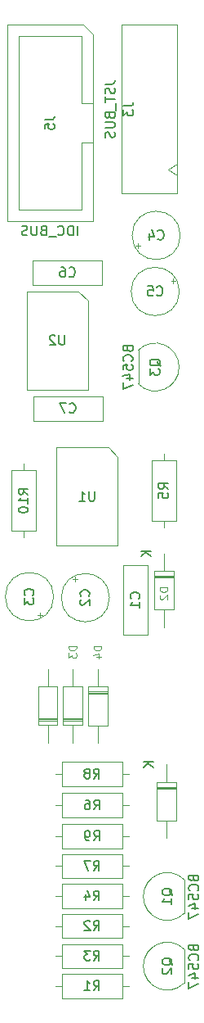
<source format=gbr>
%TF.GenerationSoftware,KiCad,Pcbnew,5.1.9+dfsg1-1~bpo10+1*%
%TF.CreationDate,2022-02-02T01:18:29+08:00*%
%TF.ProjectId,MiniADSR 1.0.1 - Main,4d696e69-4144-4535-9220-312e302e3120,rev?*%
%TF.SameCoordinates,Original*%
%TF.FileFunction,Other,Fab,Bot*%
%FSLAX46Y46*%
G04 Gerber Fmt 4.6, Leading zero omitted, Abs format (unit mm)*
G04 Created by KiCad (PCBNEW 5.1.9+dfsg1-1~bpo10+1) date 2022-02-02 01:18:29*
%MOMM*%
%LPD*%
G01*
G04 APERTURE LIST*
%ADD10C,0.100000*%
%ADD11C,0.150000*%
%ADD12C,0.120000*%
G04 APERTURE END LIST*
D10*
%TO.C,R7*%
X147940000Y-139750000D02*
X147940000Y-142250000D01*
X147940000Y-142250000D02*
X141640000Y-142250000D01*
X141640000Y-142250000D02*
X141640000Y-139750000D01*
X141640000Y-139750000D02*
X147940000Y-139750000D01*
X148600000Y-141000000D02*
X147940000Y-141000000D01*
X140980000Y-141000000D02*
X141640000Y-141000000D01*
%TO.C,C1*%
X148050000Y-109900000D02*
X150550000Y-109900000D01*
X150550000Y-109900000D02*
X150550000Y-117100000D01*
X150550000Y-117100000D02*
X148050000Y-117100000D01*
X148050000Y-117100000D02*
X148050000Y-109900000D01*
%TO.C,D1*%
X151500000Y-132810000D02*
X153500000Y-132810000D01*
X151500000Y-133010000D02*
X153500000Y-133010000D01*
X151500000Y-132910000D02*
X153500000Y-132910000D01*
X152500000Y-138120000D02*
X152500000Y-136310000D01*
X152500000Y-130500000D02*
X152500000Y-132310000D01*
X151500000Y-136310000D02*
X151500000Y-132310000D01*
X153500000Y-136310000D02*
X151500000Y-136310000D01*
X153500000Y-132310000D02*
X153500000Y-136310000D01*
X151500000Y-132310000D02*
X153500000Y-132310000D01*
%TO.C,R5*%
X153500000Y-105340000D02*
X151000000Y-105340000D01*
X151000000Y-105340000D02*
X151000000Y-99040000D01*
X151000000Y-99040000D02*
X153500000Y-99040000D01*
X153500000Y-99040000D02*
X153500000Y-105340000D01*
X152250000Y-106000000D02*
X152250000Y-105340000D01*
X152250000Y-98380000D02*
X152250000Y-99040000D01*
%TO.C,D2*%
X151250000Y-110485000D02*
X153250000Y-110485000D01*
X153250000Y-110485000D02*
X153250000Y-114485000D01*
X153250000Y-114485000D02*
X151250000Y-114485000D01*
X151250000Y-114485000D02*
X151250000Y-110485000D01*
X152250000Y-108675000D02*
X152250000Y-110485000D01*
X152250000Y-116295000D02*
X152250000Y-114485000D01*
X151250000Y-111085000D02*
X153250000Y-111085000D01*
X151250000Y-111185000D02*
X153250000Y-111185000D01*
X151250000Y-110985000D02*
X153250000Y-110985000D01*
%TO.C,U1*%
X146465000Y-97730000D02*
X141115000Y-97730000D01*
X141115000Y-97730000D02*
X141115000Y-107890000D01*
X141115000Y-107890000D02*
X147465000Y-107890000D01*
X147465000Y-107890000D02*
X147465000Y-98730000D01*
X147465000Y-98730000D02*
X146465000Y-97730000D01*
%TO.C,C2*%
X142762500Y-111366395D02*
X143262500Y-111366395D01*
X143012500Y-111116395D02*
X143012500Y-111616395D01*
X146600000Y-113250000D02*
G75*
G03*
X146600000Y-113250000I-2500000J0D01*
G01*
%TO.C,R3*%
X147940000Y-149050000D02*
X147940000Y-151550000D01*
X147940000Y-151550000D02*
X141640000Y-151550000D01*
X141640000Y-151550000D02*
X141640000Y-149050000D01*
X141640000Y-149050000D02*
X147940000Y-149050000D01*
X148600000Y-150300000D02*
X147940000Y-150300000D01*
X140980000Y-150300000D02*
X141640000Y-150300000D01*
%TO.C,R1*%
X147940000Y-152150000D02*
X147940000Y-154650000D01*
X147940000Y-154650000D02*
X141640000Y-154650000D01*
X141640000Y-154650000D02*
X141640000Y-152150000D01*
X141640000Y-152150000D02*
X147940000Y-152150000D01*
X148600000Y-153400000D02*
X147940000Y-153400000D01*
X140980000Y-153400000D02*
X141640000Y-153400000D01*
%TO.C,R9*%
X148620000Y-137900000D02*
X147960000Y-137900000D01*
X141000000Y-137900000D02*
X141660000Y-137900000D01*
X147960000Y-139150000D02*
X141660000Y-139150000D01*
X147960000Y-136650000D02*
X147960000Y-139150000D01*
X141660000Y-136650000D02*
X147960000Y-136650000D01*
X141660000Y-139150000D02*
X141660000Y-136650000D01*
%TO.C,R10*%
X137700000Y-107020000D02*
X137700000Y-106360000D01*
X137700000Y-99400000D02*
X137700000Y-100060000D01*
X136450000Y-106360000D02*
X136450000Y-100060000D01*
X138950000Y-106360000D02*
X136450000Y-106360000D01*
X138950000Y-100060000D02*
X138950000Y-106360000D01*
X136450000Y-100060000D02*
X138950000Y-100060000D01*
%TO.C,R8*%
X147940000Y-130250000D02*
X147940000Y-132750000D01*
X147940000Y-132750000D02*
X141640000Y-132750000D01*
X141640000Y-132750000D02*
X141640000Y-130250000D01*
X141640000Y-130250000D02*
X147940000Y-130250000D01*
X148600000Y-131500000D02*
X147940000Y-131500000D01*
X140980000Y-131500000D02*
X141640000Y-131500000D01*
%TO.C,R6*%
X148620000Y-134700000D02*
X147960000Y-134700000D01*
X141000000Y-134700000D02*
X141660000Y-134700000D01*
X147960000Y-135950000D02*
X141660000Y-135950000D01*
X147960000Y-133450000D02*
X147960000Y-135950000D01*
X141660000Y-133450000D02*
X147960000Y-133450000D01*
X141660000Y-135950000D02*
X141660000Y-133450000D01*
%TO.C,R4*%
X140980000Y-144100000D02*
X141640000Y-144100000D01*
X148600000Y-144100000D02*
X147940000Y-144100000D01*
X141640000Y-142850000D02*
X147940000Y-142850000D01*
X141640000Y-145350000D02*
X141640000Y-142850000D01*
X147940000Y-145350000D02*
X141640000Y-145350000D01*
X147940000Y-142850000D02*
X147940000Y-145350000D01*
%TO.C,R2*%
X140980000Y-147200000D02*
X141640000Y-147200000D01*
X148600000Y-147200000D02*
X147940000Y-147200000D01*
X141640000Y-145950000D02*
X147940000Y-145950000D01*
X141640000Y-148450000D02*
X141640000Y-145950000D01*
X147940000Y-148450000D02*
X141640000Y-148450000D01*
X147940000Y-145950000D02*
X147940000Y-148450000D01*
%TO.C,C3*%
X140800000Y-113150000D02*
G75*
G03*
X140800000Y-113150000I-2500000J0D01*
G01*
X139387500Y-115283605D02*
X139387500Y-114783605D01*
X139637500Y-115033605D02*
X139137500Y-115033605D01*
%TO.C,C4*%
X149566395Y-77137500D02*
X149566395Y-76637500D01*
X149316395Y-76887500D02*
X149816395Y-76887500D01*
X153950000Y-75800000D02*
G75*
G03*
X153950000Y-75800000I-2500000J0D01*
G01*
%TO.C,C5*%
X153850000Y-81600000D02*
G75*
G03*
X153850000Y-81600000I-2500000J0D01*
G01*
X153483605Y-80512500D02*
X152983605Y-80512500D01*
X153233605Y-80262500D02*
X153233605Y-80762500D01*
%TO.C,C6*%
X145850000Y-80900000D02*
X138650000Y-80900000D01*
X145850000Y-78400000D02*
X145850000Y-80900000D01*
X138650000Y-78400000D02*
X145850000Y-78400000D01*
X138650000Y-80900000D02*
X138650000Y-78400000D01*
%TO.C,C7*%
X138700000Y-94950000D02*
X138700000Y-92450000D01*
X138700000Y-92450000D02*
X145900000Y-92450000D01*
X145900000Y-92450000D02*
X145900000Y-94950000D01*
X145900000Y-94950000D02*
X138700000Y-94950000D01*
%TO.C,D3*%
X143800000Y-125940000D02*
X141800000Y-125940000D01*
X143800000Y-125740000D02*
X141800000Y-125740000D01*
X143800000Y-125840000D02*
X141800000Y-125840000D01*
X142800000Y-120630000D02*
X142800000Y-122440000D01*
X142800000Y-128250000D02*
X142800000Y-126440000D01*
X143800000Y-122440000D02*
X143800000Y-126440000D01*
X141800000Y-122440000D02*
X143800000Y-122440000D01*
X141800000Y-126440000D02*
X141800000Y-122440000D01*
X143800000Y-126440000D02*
X141800000Y-126440000D01*
%TO.C,D4*%
X144400000Y-122460000D02*
X146400000Y-122460000D01*
X146400000Y-122460000D02*
X146400000Y-126460000D01*
X146400000Y-126460000D02*
X144400000Y-126460000D01*
X144400000Y-126460000D02*
X144400000Y-122460000D01*
X145400000Y-120650000D02*
X145400000Y-122460000D01*
X145400000Y-128270000D02*
X145400000Y-126460000D01*
X144400000Y-123060000D02*
X146400000Y-123060000D01*
X144400000Y-123160000D02*
X146400000Y-123160000D01*
X144400000Y-122960000D02*
X146400000Y-122960000D01*
%TO.C,D5*%
X141200000Y-126440000D02*
X139200000Y-126440000D01*
X139200000Y-126440000D02*
X139200000Y-122440000D01*
X139200000Y-122440000D02*
X141200000Y-122440000D01*
X141200000Y-122440000D02*
X141200000Y-126440000D01*
X140200000Y-128250000D02*
X140200000Y-126440000D01*
X140200000Y-120630000D02*
X140200000Y-122440000D01*
X141200000Y-125840000D02*
X139200000Y-125840000D01*
X141200000Y-125740000D02*
X139200000Y-125740000D01*
X141200000Y-125940000D02*
X139200000Y-125940000D01*
%TO.C,J3*%
X153650000Y-71450000D02*
X147900000Y-71450000D01*
X147900000Y-71450000D02*
X147900000Y-54050000D01*
X147900000Y-54050000D02*
X153650000Y-54050000D01*
X153650000Y-54050000D02*
X153650000Y-71450000D01*
X153650000Y-69625000D02*
X152650000Y-69000000D01*
X152650000Y-69000000D02*
X153650000Y-68375000D01*
%TO.C,J5*%
X144880000Y-55000000D02*
X143880000Y-54000000D01*
X143880000Y-54000000D02*
X135980000Y-54000000D01*
X135980000Y-54000000D02*
X135980000Y-74360000D01*
X135980000Y-74360000D02*
X144880000Y-74360000D01*
X144880000Y-74360000D02*
X144880000Y-55000000D01*
X144880000Y-62130000D02*
X143680000Y-62130000D01*
X143680000Y-62130000D02*
X143680000Y-55190000D01*
X143680000Y-55190000D02*
X137180000Y-55190000D01*
X137180000Y-55190000D02*
X137180000Y-73170000D01*
X137180000Y-73170000D02*
X143680000Y-73170000D01*
X143680000Y-73170000D02*
X143680000Y-66230000D01*
X143680000Y-66230000D02*
X143680000Y-66230000D01*
X143680000Y-66230000D02*
X144880000Y-66230000D01*
%TO.C,U2*%
X144365000Y-82580000D02*
X143365000Y-81580000D01*
X144365000Y-91740000D02*
X144365000Y-82580000D01*
X138015000Y-91740000D02*
X144365000Y-91740000D01*
X138015000Y-81580000D02*
X138015000Y-91740000D01*
X143365000Y-81580000D02*
X138015000Y-81580000D01*
%TO.C,Q1*%
X154350000Y-142400000D02*
X154350000Y-145900000D01*
X154353625Y-145893625D02*
G75*
G02*
X150120000Y-144140000I-1753625J1753625D01*
G01*
X154353625Y-142386375D02*
G75*
G03*
X150120000Y-144140000I-1753625J-1753625D01*
G01*
%TO.C,Q2*%
X154350000Y-149600000D02*
X154350000Y-153100000D01*
X154353625Y-149586375D02*
G75*
G03*
X150120000Y-151340000I-1753625J-1753625D01*
G01*
X154353625Y-153093625D02*
G75*
G02*
X150120000Y-151340000I-1753625J1753625D01*
G01*
%TO.C,Q3*%
X149600000Y-91150000D02*
X149600000Y-87650000D01*
X149596375Y-87656375D02*
G75*
G02*
X153830000Y-89410000I1753625J-1753625D01*
G01*
X149596375Y-91163625D02*
G75*
G03*
X153830000Y-89410000I1753625J1753625D01*
G01*
%TD*%
%TO.C,R7*%
D11*
X144956666Y-141452380D02*
X145290000Y-140976190D01*
X145528095Y-141452380D02*
X145528095Y-140452380D01*
X145147142Y-140452380D01*
X145051904Y-140500000D01*
X145004285Y-140547619D01*
X144956666Y-140642857D01*
X144956666Y-140785714D01*
X145004285Y-140880952D01*
X145051904Y-140928571D01*
X145147142Y-140976190D01*
X145528095Y-140976190D01*
X144623333Y-140452380D02*
X143956666Y-140452380D01*
X144385238Y-141452380D01*
%TO.C,C1*%
X149657142Y-113333333D02*
X149704761Y-113285714D01*
X149752380Y-113142857D01*
X149752380Y-113047619D01*
X149704761Y-112904761D01*
X149609523Y-112809523D01*
X149514285Y-112761904D01*
X149323809Y-112714285D01*
X149180952Y-112714285D01*
X148990476Y-112761904D01*
X148895238Y-112809523D01*
X148800000Y-112904761D01*
X148752380Y-113047619D01*
X148752380Y-113142857D01*
X148800000Y-113285714D01*
X148847619Y-113333333D01*
X149752380Y-114285714D02*
X149752380Y-113714285D01*
X149752380Y-114000000D02*
X148752380Y-114000000D01*
X148895238Y-113904761D01*
X148990476Y-113809523D01*
X149038095Y-113714285D01*
%TO.C,D1*%
X151152380Y-130238095D02*
X150152380Y-130238095D01*
X151152380Y-130809523D02*
X150580952Y-130380952D01*
X150152380Y-130809523D02*
X150723809Y-130238095D01*
%TO.C,R5*%
X152702380Y-102023333D02*
X152226190Y-101690000D01*
X152702380Y-101451904D02*
X151702380Y-101451904D01*
X151702380Y-101832857D01*
X151750000Y-101928095D01*
X151797619Y-101975714D01*
X151892857Y-102023333D01*
X152035714Y-102023333D01*
X152130952Y-101975714D01*
X152178571Y-101928095D01*
X152226190Y-101832857D01*
X152226190Y-101451904D01*
X151702380Y-102928095D02*
X151702380Y-102451904D01*
X152178571Y-102404285D01*
X152130952Y-102451904D01*
X152083333Y-102547142D01*
X152083333Y-102785238D01*
X152130952Y-102880476D01*
X152178571Y-102928095D01*
X152273809Y-102975714D01*
X152511904Y-102975714D01*
X152607142Y-102928095D01*
X152654761Y-102880476D01*
X152702380Y-102785238D01*
X152702380Y-102547142D01*
X152654761Y-102451904D01*
X152607142Y-102404285D01*
%TO.C,D2*%
D12*
X152611904Y-112194523D02*
X151811904Y-112194523D01*
X151811904Y-112385000D01*
X151850000Y-112499285D01*
X151926190Y-112575476D01*
X152002380Y-112613571D01*
X152154761Y-112651666D01*
X152269047Y-112651666D01*
X152421428Y-112613571D01*
X152497619Y-112575476D01*
X152573809Y-112499285D01*
X152611904Y-112385000D01*
X152611904Y-112194523D01*
X151888095Y-112956428D02*
X151850000Y-112994523D01*
X151811904Y-113070714D01*
X151811904Y-113261190D01*
X151850000Y-113337380D01*
X151888095Y-113375476D01*
X151964285Y-113413571D01*
X152040476Y-113413571D01*
X152154761Y-113375476D01*
X152611904Y-112918333D01*
X152611904Y-113413571D01*
D11*
X150902380Y-108413095D02*
X149902380Y-108413095D01*
X150902380Y-108984523D02*
X150330952Y-108555952D01*
X149902380Y-108984523D02*
X150473809Y-108413095D01*
%TO.C,U1*%
X145051904Y-102262380D02*
X145051904Y-103071904D01*
X145004285Y-103167142D01*
X144956666Y-103214761D01*
X144861428Y-103262380D01*
X144670952Y-103262380D01*
X144575714Y-103214761D01*
X144528095Y-103167142D01*
X144480476Y-103071904D01*
X144480476Y-102262380D01*
X143480476Y-103262380D02*
X144051904Y-103262380D01*
X143766190Y-103262380D02*
X143766190Y-102262380D01*
X143861428Y-102405238D01*
X143956666Y-102500476D01*
X144051904Y-102548095D01*
%TO.C,C2*%
X144457142Y-113083333D02*
X144504761Y-113035714D01*
X144552380Y-112892857D01*
X144552380Y-112797619D01*
X144504761Y-112654761D01*
X144409523Y-112559523D01*
X144314285Y-112511904D01*
X144123809Y-112464285D01*
X143980952Y-112464285D01*
X143790476Y-112511904D01*
X143695238Y-112559523D01*
X143600000Y-112654761D01*
X143552380Y-112797619D01*
X143552380Y-112892857D01*
X143600000Y-113035714D01*
X143647619Y-113083333D01*
X143647619Y-113464285D02*
X143600000Y-113511904D01*
X143552380Y-113607142D01*
X143552380Y-113845238D01*
X143600000Y-113940476D01*
X143647619Y-113988095D01*
X143742857Y-114035714D01*
X143838095Y-114035714D01*
X143980952Y-113988095D01*
X144552380Y-113416666D01*
X144552380Y-114035714D01*
%TO.C,R3*%
X144956666Y-150752380D02*
X145290000Y-150276190D01*
X145528095Y-150752380D02*
X145528095Y-149752380D01*
X145147142Y-149752380D01*
X145051904Y-149800000D01*
X145004285Y-149847619D01*
X144956666Y-149942857D01*
X144956666Y-150085714D01*
X145004285Y-150180952D01*
X145051904Y-150228571D01*
X145147142Y-150276190D01*
X145528095Y-150276190D01*
X144623333Y-149752380D02*
X144004285Y-149752380D01*
X144337619Y-150133333D01*
X144194761Y-150133333D01*
X144099523Y-150180952D01*
X144051904Y-150228571D01*
X144004285Y-150323809D01*
X144004285Y-150561904D01*
X144051904Y-150657142D01*
X144099523Y-150704761D01*
X144194761Y-150752380D01*
X144480476Y-150752380D01*
X144575714Y-150704761D01*
X144623333Y-150657142D01*
%TO.C,R1*%
X144956666Y-153852380D02*
X145290000Y-153376190D01*
X145528095Y-153852380D02*
X145528095Y-152852380D01*
X145147142Y-152852380D01*
X145051904Y-152900000D01*
X145004285Y-152947619D01*
X144956666Y-153042857D01*
X144956666Y-153185714D01*
X145004285Y-153280952D01*
X145051904Y-153328571D01*
X145147142Y-153376190D01*
X145528095Y-153376190D01*
X144004285Y-153852380D02*
X144575714Y-153852380D01*
X144290000Y-153852380D02*
X144290000Y-152852380D01*
X144385238Y-152995238D01*
X144480476Y-153090476D01*
X144575714Y-153138095D01*
%TO.C,R9*%
X144976666Y-138352380D02*
X145310000Y-137876190D01*
X145548095Y-138352380D02*
X145548095Y-137352380D01*
X145167142Y-137352380D01*
X145071904Y-137400000D01*
X145024285Y-137447619D01*
X144976666Y-137542857D01*
X144976666Y-137685714D01*
X145024285Y-137780952D01*
X145071904Y-137828571D01*
X145167142Y-137876190D01*
X145548095Y-137876190D01*
X144500476Y-138352380D02*
X144310000Y-138352380D01*
X144214761Y-138304761D01*
X144167142Y-138257142D01*
X144071904Y-138114285D01*
X144024285Y-137923809D01*
X144024285Y-137542857D01*
X144071904Y-137447619D01*
X144119523Y-137400000D01*
X144214761Y-137352380D01*
X144405238Y-137352380D01*
X144500476Y-137400000D01*
X144548095Y-137447619D01*
X144595714Y-137542857D01*
X144595714Y-137780952D01*
X144548095Y-137876190D01*
X144500476Y-137923809D01*
X144405238Y-137971428D01*
X144214761Y-137971428D01*
X144119523Y-137923809D01*
X144071904Y-137876190D01*
X144024285Y-137780952D01*
%TO.C,R10*%
X138152380Y-102567142D02*
X137676190Y-102233809D01*
X138152380Y-101995714D02*
X137152380Y-101995714D01*
X137152380Y-102376666D01*
X137200000Y-102471904D01*
X137247619Y-102519523D01*
X137342857Y-102567142D01*
X137485714Y-102567142D01*
X137580952Y-102519523D01*
X137628571Y-102471904D01*
X137676190Y-102376666D01*
X137676190Y-101995714D01*
X138152380Y-103519523D02*
X138152380Y-102948095D01*
X138152380Y-103233809D02*
X137152380Y-103233809D01*
X137295238Y-103138571D01*
X137390476Y-103043333D01*
X137438095Y-102948095D01*
X137152380Y-104138571D02*
X137152380Y-104233809D01*
X137200000Y-104329047D01*
X137247619Y-104376666D01*
X137342857Y-104424285D01*
X137533333Y-104471904D01*
X137771428Y-104471904D01*
X137961904Y-104424285D01*
X138057142Y-104376666D01*
X138104761Y-104329047D01*
X138152380Y-104233809D01*
X138152380Y-104138571D01*
X138104761Y-104043333D01*
X138057142Y-103995714D01*
X137961904Y-103948095D01*
X137771428Y-103900476D01*
X137533333Y-103900476D01*
X137342857Y-103948095D01*
X137247619Y-103995714D01*
X137200000Y-104043333D01*
X137152380Y-104138571D01*
%TO.C,R8*%
X144956666Y-131952380D02*
X145290000Y-131476190D01*
X145528095Y-131952380D02*
X145528095Y-130952380D01*
X145147142Y-130952380D01*
X145051904Y-131000000D01*
X145004285Y-131047619D01*
X144956666Y-131142857D01*
X144956666Y-131285714D01*
X145004285Y-131380952D01*
X145051904Y-131428571D01*
X145147142Y-131476190D01*
X145528095Y-131476190D01*
X144385238Y-131380952D02*
X144480476Y-131333333D01*
X144528095Y-131285714D01*
X144575714Y-131190476D01*
X144575714Y-131142857D01*
X144528095Y-131047619D01*
X144480476Y-131000000D01*
X144385238Y-130952380D01*
X144194761Y-130952380D01*
X144099523Y-131000000D01*
X144051904Y-131047619D01*
X144004285Y-131142857D01*
X144004285Y-131190476D01*
X144051904Y-131285714D01*
X144099523Y-131333333D01*
X144194761Y-131380952D01*
X144385238Y-131380952D01*
X144480476Y-131428571D01*
X144528095Y-131476190D01*
X144575714Y-131571428D01*
X144575714Y-131761904D01*
X144528095Y-131857142D01*
X144480476Y-131904761D01*
X144385238Y-131952380D01*
X144194761Y-131952380D01*
X144099523Y-131904761D01*
X144051904Y-131857142D01*
X144004285Y-131761904D01*
X144004285Y-131571428D01*
X144051904Y-131476190D01*
X144099523Y-131428571D01*
X144194761Y-131380952D01*
%TO.C,R6*%
X144976666Y-135152380D02*
X145310000Y-134676190D01*
X145548095Y-135152380D02*
X145548095Y-134152380D01*
X145167142Y-134152380D01*
X145071904Y-134200000D01*
X145024285Y-134247619D01*
X144976666Y-134342857D01*
X144976666Y-134485714D01*
X145024285Y-134580952D01*
X145071904Y-134628571D01*
X145167142Y-134676190D01*
X145548095Y-134676190D01*
X144119523Y-134152380D02*
X144310000Y-134152380D01*
X144405238Y-134200000D01*
X144452857Y-134247619D01*
X144548095Y-134390476D01*
X144595714Y-134580952D01*
X144595714Y-134961904D01*
X144548095Y-135057142D01*
X144500476Y-135104761D01*
X144405238Y-135152380D01*
X144214761Y-135152380D01*
X144119523Y-135104761D01*
X144071904Y-135057142D01*
X144024285Y-134961904D01*
X144024285Y-134723809D01*
X144071904Y-134628571D01*
X144119523Y-134580952D01*
X144214761Y-134533333D01*
X144405238Y-134533333D01*
X144500476Y-134580952D01*
X144548095Y-134628571D01*
X144595714Y-134723809D01*
%TO.C,R4*%
X144956666Y-144552380D02*
X145290000Y-144076190D01*
X145528095Y-144552380D02*
X145528095Y-143552380D01*
X145147142Y-143552380D01*
X145051904Y-143600000D01*
X145004285Y-143647619D01*
X144956666Y-143742857D01*
X144956666Y-143885714D01*
X145004285Y-143980952D01*
X145051904Y-144028571D01*
X145147142Y-144076190D01*
X145528095Y-144076190D01*
X144099523Y-143885714D02*
X144099523Y-144552380D01*
X144337619Y-143504761D02*
X144575714Y-144219047D01*
X143956666Y-144219047D01*
%TO.C,R2*%
X144956666Y-147652380D02*
X145290000Y-147176190D01*
X145528095Y-147652380D02*
X145528095Y-146652380D01*
X145147142Y-146652380D01*
X145051904Y-146700000D01*
X145004285Y-146747619D01*
X144956666Y-146842857D01*
X144956666Y-146985714D01*
X145004285Y-147080952D01*
X145051904Y-147128571D01*
X145147142Y-147176190D01*
X145528095Y-147176190D01*
X144575714Y-146747619D02*
X144528095Y-146700000D01*
X144432857Y-146652380D01*
X144194761Y-146652380D01*
X144099523Y-146700000D01*
X144051904Y-146747619D01*
X144004285Y-146842857D01*
X144004285Y-146938095D01*
X144051904Y-147080952D01*
X144623333Y-147652380D01*
X144004285Y-147652380D01*
%TO.C,C3*%
X138657142Y-112983333D02*
X138704761Y-112935714D01*
X138752380Y-112792857D01*
X138752380Y-112697619D01*
X138704761Y-112554761D01*
X138609523Y-112459523D01*
X138514285Y-112411904D01*
X138323809Y-112364285D01*
X138180952Y-112364285D01*
X137990476Y-112411904D01*
X137895238Y-112459523D01*
X137800000Y-112554761D01*
X137752380Y-112697619D01*
X137752380Y-112792857D01*
X137800000Y-112935714D01*
X137847619Y-112983333D01*
X137752380Y-113316666D02*
X137752380Y-113935714D01*
X138133333Y-113602380D01*
X138133333Y-113745238D01*
X138180952Y-113840476D01*
X138228571Y-113888095D01*
X138323809Y-113935714D01*
X138561904Y-113935714D01*
X138657142Y-113888095D01*
X138704761Y-113840476D01*
X138752380Y-113745238D01*
X138752380Y-113459523D01*
X138704761Y-113364285D01*
X138657142Y-113316666D01*
%TO.C,C4*%
X151616666Y-76157142D02*
X151664285Y-76204761D01*
X151807142Y-76252380D01*
X151902380Y-76252380D01*
X152045238Y-76204761D01*
X152140476Y-76109523D01*
X152188095Y-76014285D01*
X152235714Y-75823809D01*
X152235714Y-75680952D01*
X152188095Y-75490476D01*
X152140476Y-75395238D01*
X152045238Y-75300000D01*
X151902380Y-75252380D01*
X151807142Y-75252380D01*
X151664285Y-75300000D01*
X151616666Y-75347619D01*
X150759523Y-75585714D02*
X150759523Y-76252380D01*
X150997619Y-75204761D02*
X151235714Y-75919047D01*
X150616666Y-75919047D01*
%TO.C,C5*%
X151516666Y-81957142D02*
X151564285Y-82004761D01*
X151707142Y-82052380D01*
X151802380Y-82052380D01*
X151945238Y-82004761D01*
X152040476Y-81909523D01*
X152088095Y-81814285D01*
X152135714Y-81623809D01*
X152135714Y-81480952D01*
X152088095Y-81290476D01*
X152040476Y-81195238D01*
X151945238Y-81100000D01*
X151802380Y-81052380D01*
X151707142Y-81052380D01*
X151564285Y-81100000D01*
X151516666Y-81147619D01*
X150611904Y-81052380D02*
X151088095Y-81052380D01*
X151135714Y-81528571D01*
X151088095Y-81480952D01*
X150992857Y-81433333D01*
X150754761Y-81433333D01*
X150659523Y-81480952D01*
X150611904Y-81528571D01*
X150564285Y-81623809D01*
X150564285Y-81861904D01*
X150611904Y-81957142D01*
X150659523Y-82004761D01*
X150754761Y-82052380D01*
X150992857Y-82052380D01*
X151088095Y-82004761D01*
X151135714Y-81957142D01*
%TO.C,C6*%
X142416666Y-80007142D02*
X142464285Y-80054761D01*
X142607142Y-80102380D01*
X142702380Y-80102380D01*
X142845238Y-80054761D01*
X142940476Y-79959523D01*
X142988095Y-79864285D01*
X143035714Y-79673809D01*
X143035714Y-79530952D01*
X142988095Y-79340476D01*
X142940476Y-79245238D01*
X142845238Y-79150000D01*
X142702380Y-79102380D01*
X142607142Y-79102380D01*
X142464285Y-79150000D01*
X142416666Y-79197619D01*
X141559523Y-79102380D02*
X141750000Y-79102380D01*
X141845238Y-79150000D01*
X141892857Y-79197619D01*
X141988095Y-79340476D01*
X142035714Y-79530952D01*
X142035714Y-79911904D01*
X141988095Y-80007142D01*
X141940476Y-80054761D01*
X141845238Y-80102380D01*
X141654761Y-80102380D01*
X141559523Y-80054761D01*
X141511904Y-80007142D01*
X141464285Y-79911904D01*
X141464285Y-79673809D01*
X141511904Y-79578571D01*
X141559523Y-79530952D01*
X141654761Y-79483333D01*
X141845238Y-79483333D01*
X141940476Y-79530952D01*
X141988095Y-79578571D01*
X142035714Y-79673809D01*
%TO.C,C7*%
X142466666Y-94057142D02*
X142514285Y-94104761D01*
X142657142Y-94152380D01*
X142752380Y-94152380D01*
X142895238Y-94104761D01*
X142990476Y-94009523D01*
X143038095Y-93914285D01*
X143085714Y-93723809D01*
X143085714Y-93580952D01*
X143038095Y-93390476D01*
X142990476Y-93295238D01*
X142895238Y-93200000D01*
X142752380Y-93152380D01*
X142657142Y-93152380D01*
X142514285Y-93200000D01*
X142466666Y-93247619D01*
X142133333Y-93152380D02*
X141466666Y-93152380D01*
X141895238Y-94152380D01*
%TO.C,D3*%
D12*
X143161904Y-118259523D02*
X142361904Y-118259523D01*
X142361904Y-118450000D01*
X142400000Y-118564285D01*
X142476190Y-118640476D01*
X142552380Y-118678571D01*
X142704761Y-118716666D01*
X142819047Y-118716666D01*
X142971428Y-118678571D01*
X143047619Y-118640476D01*
X143123809Y-118564285D01*
X143161904Y-118450000D01*
X143161904Y-118259523D01*
X142361904Y-118983333D02*
X142361904Y-119478571D01*
X142666666Y-119211904D01*
X142666666Y-119326190D01*
X142704761Y-119402380D01*
X142742857Y-119440476D01*
X142819047Y-119478571D01*
X143009523Y-119478571D01*
X143085714Y-119440476D01*
X143123809Y-119402380D01*
X143161904Y-119326190D01*
X143161904Y-119097619D01*
X143123809Y-119021428D01*
X143085714Y-118983333D01*
%TO.C,D4*%
X145761904Y-118259523D02*
X144961904Y-118259523D01*
X144961904Y-118450000D01*
X145000000Y-118564285D01*
X145076190Y-118640476D01*
X145152380Y-118678571D01*
X145304761Y-118716666D01*
X145419047Y-118716666D01*
X145571428Y-118678571D01*
X145647619Y-118640476D01*
X145723809Y-118564285D01*
X145761904Y-118450000D01*
X145761904Y-118259523D01*
X145228571Y-119402380D02*
X145761904Y-119402380D01*
X144923809Y-119211904D02*
X145495238Y-119021428D01*
X145495238Y-119516666D01*
%TO.C,J3*%
D11*
X146152380Y-60154761D02*
X146866666Y-60154761D01*
X147009523Y-60107142D01*
X147104761Y-60011904D01*
X147152380Y-59869047D01*
X147152380Y-59773809D01*
X147104761Y-60583333D02*
X147152380Y-60726190D01*
X147152380Y-60964285D01*
X147104761Y-61059523D01*
X147057142Y-61107142D01*
X146961904Y-61154761D01*
X146866666Y-61154761D01*
X146771428Y-61107142D01*
X146723809Y-61059523D01*
X146676190Y-60964285D01*
X146628571Y-60773809D01*
X146580952Y-60678571D01*
X146533333Y-60630952D01*
X146438095Y-60583333D01*
X146342857Y-60583333D01*
X146247619Y-60630952D01*
X146200000Y-60678571D01*
X146152380Y-60773809D01*
X146152380Y-61011904D01*
X146200000Y-61154761D01*
X146152380Y-61440476D02*
X146152380Y-62011904D01*
X147152380Y-61726190D02*
X146152380Y-61726190D01*
X147247619Y-62107142D02*
X147247619Y-62869047D01*
X146628571Y-63440476D02*
X146676190Y-63583333D01*
X146723809Y-63630952D01*
X146819047Y-63678571D01*
X146961904Y-63678571D01*
X147057142Y-63630952D01*
X147104761Y-63583333D01*
X147152380Y-63488095D01*
X147152380Y-63107142D01*
X146152380Y-63107142D01*
X146152380Y-63440476D01*
X146200000Y-63535714D01*
X146247619Y-63583333D01*
X146342857Y-63630952D01*
X146438095Y-63630952D01*
X146533333Y-63583333D01*
X146580952Y-63535714D01*
X146628571Y-63440476D01*
X146628571Y-63107142D01*
X146152380Y-64107142D02*
X146961904Y-64107142D01*
X147057142Y-64154761D01*
X147104761Y-64202380D01*
X147152380Y-64297619D01*
X147152380Y-64488095D01*
X147104761Y-64583333D01*
X147057142Y-64630952D01*
X146961904Y-64678571D01*
X146152380Y-64678571D01*
X147104761Y-65107142D02*
X147152380Y-65250000D01*
X147152380Y-65488095D01*
X147104761Y-65583333D01*
X147057142Y-65630952D01*
X146961904Y-65678571D01*
X146866666Y-65678571D01*
X146771428Y-65630952D01*
X146723809Y-65583333D01*
X146676190Y-65488095D01*
X146628571Y-65297619D01*
X146580952Y-65202380D01*
X146533333Y-65154761D01*
X146438095Y-65107142D01*
X146342857Y-65107142D01*
X146247619Y-65154761D01*
X146200000Y-65202380D01*
X146152380Y-65297619D01*
X146152380Y-65535714D01*
X146200000Y-65678571D01*
X148052380Y-62416666D02*
X148766666Y-62416666D01*
X148909523Y-62369047D01*
X149004761Y-62273809D01*
X149052380Y-62130952D01*
X149052380Y-62035714D01*
X148052380Y-62797619D02*
X148052380Y-63416666D01*
X148433333Y-63083333D01*
X148433333Y-63226190D01*
X148480952Y-63321428D01*
X148528571Y-63369047D01*
X148623809Y-63416666D01*
X148861904Y-63416666D01*
X148957142Y-63369047D01*
X149004761Y-63321428D01*
X149052380Y-63226190D01*
X149052380Y-62940476D01*
X149004761Y-62845238D01*
X148957142Y-62797619D01*
%TO.C,J5*%
X143310952Y-75812380D02*
X143310952Y-74812380D01*
X142834761Y-75812380D02*
X142834761Y-74812380D01*
X142596666Y-74812380D01*
X142453809Y-74860000D01*
X142358571Y-74955238D01*
X142310952Y-75050476D01*
X142263333Y-75240952D01*
X142263333Y-75383809D01*
X142310952Y-75574285D01*
X142358571Y-75669523D01*
X142453809Y-75764761D01*
X142596666Y-75812380D01*
X142834761Y-75812380D01*
X141263333Y-75717142D02*
X141310952Y-75764761D01*
X141453809Y-75812380D01*
X141549047Y-75812380D01*
X141691904Y-75764761D01*
X141787142Y-75669523D01*
X141834761Y-75574285D01*
X141882380Y-75383809D01*
X141882380Y-75240952D01*
X141834761Y-75050476D01*
X141787142Y-74955238D01*
X141691904Y-74860000D01*
X141549047Y-74812380D01*
X141453809Y-74812380D01*
X141310952Y-74860000D01*
X141263333Y-74907619D01*
X141072857Y-75907619D02*
X140310952Y-75907619D01*
X139739523Y-75288571D02*
X139596666Y-75336190D01*
X139549047Y-75383809D01*
X139501428Y-75479047D01*
X139501428Y-75621904D01*
X139549047Y-75717142D01*
X139596666Y-75764761D01*
X139691904Y-75812380D01*
X140072857Y-75812380D01*
X140072857Y-74812380D01*
X139739523Y-74812380D01*
X139644285Y-74860000D01*
X139596666Y-74907619D01*
X139549047Y-75002857D01*
X139549047Y-75098095D01*
X139596666Y-75193333D01*
X139644285Y-75240952D01*
X139739523Y-75288571D01*
X140072857Y-75288571D01*
X139072857Y-74812380D02*
X139072857Y-75621904D01*
X139025238Y-75717142D01*
X138977619Y-75764761D01*
X138882380Y-75812380D01*
X138691904Y-75812380D01*
X138596666Y-75764761D01*
X138549047Y-75717142D01*
X138501428Y-75621904D01*
X138501428Y-74812380D01*
X138072857Y-75764761D02*
X137930000Y-75812380D01*
X137691904Y-75812380D01*
X137596666Y-75764761D01*
X137549047Y-75717142D01*
X137501428Y-75621904D01*
X137501428Y-75526666D01*
X137549047Y-75431428D01*
X137596666Y-75383809D01*
X137691904Y-75336190D01*
X137882380Y-75288571D01*
X137977619Y-75240952D01*
X138025238Y-75193333D01*
X138072857Y-75098095D01*
X138072857Y-75002857D01*
X138025238Y-74907619D01*
X137977619Y-74860000D01*
X137882380Y-74812380D01*
X137644285Y-74812380D01*
X137501428Y-74860000D01*
X139882380Y-63846666D02*
X140596666Y-63846666D01*
X140739523Y-63799047D01*
X140834761Y-63703809D01*
X140882380Y-63560952D01*
X140882380Y-63465714D01*
X139882380Y-64799047D02*
X139882380Y-64322857D01*
X140358571Y-64275238D01*
X140310952Y-64322857D01*
X140263333Y-64418095D01*
X140263333Y-64656190D01*
X140310952Y-64751428D01*
X140358571Y-64799047D01*
X140453809Y-64846666D01*
X140691904Y-64846666D01*
X140787142Y-64799047D01*
X140834761Y-64751428D01*
X140882380Y-64656190D01*
X140882380Y-64418095D01*
X140834761Y-64322857D01*
X140787142Y-64275238D01*
%TO.C,U2*%
X141951904Y-86112380D02*
X141951904Y-86921904D01*
X141904285Y-87017142D01*
X141856666Y-87064761D01*
X141761428Y-87112380D01*
X141570952Y-87112380D01*
X141475714Y-87064761D01*
X141428095Y-87017142D01*
X141380476Y-86921904D01*
X141380476Y-86112380D01*
X140951904Y-86207619D02*
X140904285Y-86160000D01*
X140809047Y-86112380D01*
X140570952Y-86112380D01*
X140475714Y-86160000D01*
X140428095Y-86207619D01*
X140380476Y-86302857D01*
X140380476Y-86398095D01*
X140428095Y-86540952D01*
X140999523Y-87112380D01*
X140380476Y-87112380D01*
%TO.C,Q1*%
X155318571Y-142282857D02*
X155366190Y-142425714D01*
X155413809Y-142473333D01*
X155509047Y-142520952D01*
X155651904Y-142520952D01*
X155747142Y-142473333D01*
X155794761Y-142425714D01*
X155842380Y-142330476D01*
X155842380Y-141949523D01*
X154842380Y-141949523D01*
X154842380Y-142282857D01*
X154890000Y-142378095D01*
X154937619Y-142425714D01*
X155032857Y-142473333D01*
X155128095Y-142473333D01*
X155223333Y-142425714D01*
X155270952Y-142378095D01*
X155318571Y-142282857D01*
X155318571Y-141949523D01*
X155747142Y-143520952D02*
X155794761Y-143473333D01*
X155842380Y-143330476D01*
X155842380Y-143235238D01*
X155794761Y-143092380D01*
X155699523Y-142997142D01*
X155604285Y-142949523D01*
X155413809Y-142901904D01*
X155270952Y-142901904D01*
X155080476Y-142949523D01*
X154985238Y-142997142D01*
X154890000Y-143092380D01*
X154842380Y-143235238D01*
X154842380Y-143330476D01*
X154890000Y-143473333D01*
X154937619Y-143520952D01*
X154842380Y-144425714D02*
X154842380Y-143949523D01*
X155318571Y-143901904D01*
X155270952Y-143949523D01*
X155223333Y-144044761D01*
X155223333Y-144282857D01*
X155270952Y-144378095D01*
X155318571Y-144425714D01*
X155413809Y-144473333D01*
X155651904Y-144473333D01*
X155747142Y-144425714D01*
X155794761Y-144378095D01*
X155842380Y-144282857D01*
X155842380Y-144044761D01*
X155794761Y-143949523D01*
X155747142Y-143901904D01*
X155175714Y-145330476D02*
X155842380Y-145330476D01*
X154794761Y-145092380D02*
X155509047Y-144854285D01*
X155509047Y-145473333D01*
X154842380Y-145759047D02*
X154842380Y-146425714D01*
X155842380Y-145997142D01*
X153147619Y-144044761D02*
X153100000Y-143949523D01*
X153004761Y-143854285D01*
X152861904Y-143711428D01*
X152814285Y-143616190D01*
X152814285Y-143520952D01*
X153052380Y-143568571D02*
X153004761Y-143473333D01*
X152909523Y-143378095D01*
X152719047Y-143330476D01*
X152385714Y-143330476D01*
X152195238Y-143378095D01*
X152100000Y-143473333D01*
X152052380Y-143568571D01*
X152052380Y-143759047D01*
X152100000Y-143854285D01*
X152195238Y-143949523D01*
X152385714Y-143997142D01*
X152719047Y-143997142D01*
X152909523Y-143949523D01*
X153004761Y-143854285D01*
X153052380Y-143759047D01*
X153052380Y-143568571D01*
X153052380Y-144949523D02*
X153052380Y-144378095D01*
X153052380Y-144663809D02*
X152052380Y-144663809D01*
X152195238Y-144568571D01*
X152290476Y-144473333D01*
X152338095Y-144378095D01*
%TO.C,Q2*%
X155318571Y-149482857D02*
X155366190Y-149625714D01*
X155413809Y-149673333D01*
X155509047Y-149720952D01*
X155651904Y-149720952D01*
X155747142Y-149673333D01*
X155794761Y-149625714D01*
X155842380Y-149530476D01*
X155842380Y-149149523D01*
X154842380Y-149149523D01*
X154842380Y-149482857D01*
X154890000Y-149578095D01*
X154937619Y-149625714D01*
X155032857Y-149673333D01*
X155128095Y-149673333D01*
X155223333Y-149625714D01*
X155270952Y-149578095D01*
X155318571Y-149482857D01*
X155318571Y-149149523D01*
X155747142Y-150720952D02*
X155794761Y-150673333D01*
X155842380Y-150530476D01*
X155842380Y-150435238D01*
X155794761Y-150292380D01*
X155699523Y-150197142D01*
X155604285Y-150149523D01*
X155413809Y-150101904D01*
X155270952Y-150101904D01*
X155080476Y-150149523D01*
X154985238Y-150197142D01*
X154890000Y-150292380D01*
X154842380Y-150435238D01*
X154842380Y-150530476D01*
X154890000Y-150673333D01*
X154937619Y-150720952D01*
X154842380Y-151625714D02*
X154842380Y-151149523D01*
X155318571Y-151101904D01*
X155270952Y-151149523D01*
X155223333Y-151244761D01*
X155223333Y-151482857D01*
X155270952Y-151578095D01*
X155318571Y-151625714D01*
X155413809Y-151673333D01*
X155651904Y-151673333D01*
X155747142Y-151625714D01*
X155794761Y-151578095D01*
X155842380Y-151482857D01*
X155842380Y-151244761D01*
X155794761Y-151149523D01*
X155747142Y-151101904D01*
X155175714Y-152530476D02*
X155842380Y-152530476D01*
X154794761Y-152292380D02*
X155509047Y-152054285D01*
X155509047Y-152673333D01*
X154842380Y-152959047D02*
X154842380Y-153625714D01*
X155842380Y-153197142D01*
X153147619Y-151244761D02*
X153100000Y-151149523D01*
X153004761Y-151054285D01*
X152861904Y-150911428D01*
X152814285Y-150816190D01*
X152814285Y-150720952D01*
X153052380Y-150768571D02*
X153004761Y-150673333D01*
X152909523Y-150578095D01*
X152719047Y-150530476D01*
X152385714Y-150530476D01*
X152195238Y-150578095D01*
X152100000Y-150673333D01*
X152052380Y-150768571D01*
X152052380Y-150959047D01*
X152100000Y-151054285D01*
X152195238Y-151149523D01*
X152385714Y-151197142D01*
X152719047Y-151197142D01*
X152909523Y-151149523D01*
X153004761Y-151054285D01*
X153052380Y-150959047D01*
X153052380Y-150768571D01*
X152147619Y-151578095D02*
X152100000Y-151625714D01*
X152052380Y-151720952D01*
X152052380Y-151959047D01*
X152100000Y-152054285D01*
X152147619Y-152101904D01*
X152242857Y-152149523D01*
X152338095Y-152149523D01*
X152480952Y-152101904D01*
X153052380Y-151530476D01*
X153052380Y-152149523D01*
%TO.C,Q3*%
X148488571Y-87552857D02*
X148536190Y-87695714D01*
X148583809Y-87743333D01*
X148679047Y-87790952D01*
X148821904Y-87790952D01*
X148917142Y-87743333D01*
X148964761Y-87695714D01*
X149012380Y-87600476D01*
X149012380Y-87219523D01*
X148012380Y-87219523D01*
X148012380Y-87552857D01*
X148060000Y-87648095D01*
X148107619Y-87695714D01*
X148202857Y-87743333D01*
X148298095Y-87743333D01*
X148393333Y-87695714D01*
X148440952Y-87648095D01*
X148488571Y-87552857D01*
X148488571Y-87219523D01*
X148917142Y-88790952D02*
X148964761Y-88743333D01*
X149012380Y-88600476D01*
X149012380Y-88505238D01*
X148964761Y-88362380D01*
X148869523Y-88267142D01*
X148774285Y-88219523D01*
X148583809Y-88171904D01*
X148440952Y-88171904D01*
X148250476Y-88219523D01*
X148155238Y-88267142D01*
X148060000Y-88362380D01*
X148012380Y-88505238D01*
X148012380Y-88600476D01*
X148060000Y-88743333D01*
X148107619Y-88790952D01*
X148012380Y-89695714D02*
X148012380Y-89219523D01*
X148488571Y-89171904D01*
X148440952Y-89219523D01*
X148393333Y-89314761D01*
X148393333Y-89552857D01*
X148440952Y-89648095D01*
X148488571Y-89695714D01*
X148583809Y-89743333D01*
X148821904Y-89743333D01*
X148917142Y-89695714D01*
X148964761Y-89648095D01*
X149012380Y-89552857D01*
X149012380Y-89314761D01*
X148964761Y-89219523D01*
X148917142Y-89171904D01*
X148345714Y-90600476D02*
X149012380Y-90600476D01*
X147964761Y-90362380D02*
X148679047Y-90124285D01*
X148679047Y-90743333D01*
X148012380Y-91029047D02*
X148012380Y-91695714D01*
X149012380Y-91267142D01*
X151897619Y-89314761D02*
X151850000Y-89219523D01*
X151754761Y-89124285D01*
X151611904Y-88981428D01*
X151564285Y-88886190D01*
X151564285Y-88790952D01*
X151802380Y-88838571D02*
X151754761Y-88743333D01*
X151659523Y-88648095D01*
X151469047Y-88600476D01*
X151135714Y-88600476D01*
X150945238Y-88648095D01*
X150850000Y-88743333D01*
X150802380Y-88838571D01*
X150802380Y-89029047D01*
X150850000Y-89124285D01*
X150945238Y-89219523D01*
X151135714Y-89267142D01*
X151469047Y-89267142D01*
X151659523Y-89219523D01*
X151754761Y-89124285D01*
X151802380Y-89029047D01*
X151802380Y-88838571D01*
X150802380Y-89600476D02*
X150802380Y-90219523D01*
X151183333Y-89886190D01*
X151183333Y-90029047D01*
X151230952Y-90124285D01*
X151278571Y-90171904D01*
X151373809Y-90219523D01*
X151611904Y-90219523D01*
X151707142Y-90171904D01*
X151754761Y-90124285D01*
X151802380Y-90029047D01*
X151802380Y-89743333D01*
X151754761Y-89648095D01*
X151707142Y-89600476D01*
%TD*%
M02*

</source>
